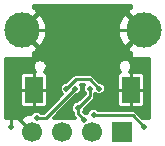
<source format=gbr>
G04 #@! TF.FileFunction,Copper,L2,Bot,Signal*
%FSLAX46Y46*%
G04 Gerber Fmt 4.6, Leading zero omitted, Abs format (unit mm)*
G04 Created by KiCad (PCBNEW 4.0.1-3.201512221402+6198~38~ubuntu14.04.1-stable) date mån 28 dec 2015 02:15:22*
%MOMM*%
G01*
G04 APERTURE LIST*
%ADD10C,0.100000*%
%ADD11R,1.650000X2.300000*%
%ADD12C,3.000000*%
%ADD13C,1.700000*%
%ADD14R,1.700000X1.700000*%
%ADD15C,0.508000*%
%ADD16C,0.228600*%
%ADD17C,0.340000*%
G04 APERTURE END LIST*
D10*
D11*
X70605000Y-7515000D03*
X62415000Y-7515000D03*
D12*
X61351520Y-2465000D03*
X71670120Y-2465000D03*
D13*
X62236000Y-11103000D03*
X64776000Y-11103000D03*
X67316000Y-11103000D03*
D14*
X69856000Y-11103000D03*
D15*
X64823200Y-9427300D03*
X60450500Y-10640000D03*
X67140000Y-7390000D03*
X66102000Y-9052500D03*
X66660800Y-10017700D03*
X65140000Y-7390000D03*
X67890000Y-7390000D03*
X67435500Y-9636000D03*
X71750500Y-10640000D03*
X65890000Y-7390000D03*
X62609500Y-9878000D03*
D16*
X62415000Y-7515000D02*
X63915000Y-7515000D01*
X63915000Y-7515000D02*
X65515000Y-5915000D01*
X66505000Y-5915000D02*
X65515000Y-5915000D01*
X62415000Y-7515000D02*
X61165000Y-7515000D01*
X62415000Y-7515000D02*
X62415000Y-9265000D01*
X70605000Y-7515000D02*
X70605000Y-9015000D01*
X70605000Y-7515000D02*
X70605000Y-6015000D01*
X70605000Y-7515000D02*
X71855000Y-7515000D01*
X62415000Y-7515000D02*
X62415000Y-6015000D01*
X61351520Y-2465000D02*
X66505000Y-2465000D01*
X66505000Y-2465000D02*
X71670120Y-2465000D01*
X66505000Y-2465000D02*
X66505000Y-5915000D01*
X70605000Y-7515000D02*
X69105000Y-7515000D01*
X67505000Y-5915000D02*
X66505000Y-5915000D01*
X69105000Y-7515000D02*
X67505000Y-5915000D01*
X60450500Y-9890000D02*
X61023000Y-9890000D01*
X60450500Y-10640000D02*
X60450500Y-9890000D01*
X61023000Y-9890000D02*
X62236000Y-11103000D01*
X67140000Y-7390000D02*
X67140000Y-8014500D01*
X67140000Y-8014500D02*
X66102000Y-9052500D01*
X66102000Y-9052500D02*
X66102000Y-9458900D01*
X66102000Y-9458900D02*
X66660800Y-10017700D01*
X65140000Y-7390000D02*
X65915000Y-6615000D01*
X67890000Y-7390000D02*
X67115000Y-6615000D01*
X65915000Y-6615000D02*
X67115000Y-6615000D01*
X67435500Y-9636000D02*
X70746500Y-9636000D01*
X70746500Y-9636000D02*
X71750500Y-10640000D01*
X63402000Y-9878000D02*
X65890000Y-7390000D01*
X62609500Y-9878000D02*
X63402000Y-9878000D01*
D17*
G36*
X70570000Y-562783D02*
X70439031Y-616812D01*
X70433735Y-620351D01*
X70280338Y-956424D01*
X70570000Y-1246086D01*
X70570000Y-1483674D01*
X70161544Y-1075218D01*
X69825471Y-1228615D01*
X69492742Y-2028645D01*
X69491499Y-2895107D01*
X69821932Y-3696089D01*
X69825471Y-3701385D01*
X70161544Y-3854782D01*
X70570000Y-3446326D01*
X70570000Y-3683914D01*
X70280338Y-3973576D01*
X70433735Y-4309649D01*
X70570000Y-4366321D01*
X70570000Y-4705000D01*
X70583394Y-4771140D01*
X70621464Y-4826857D01*
X70678212Y-4863374D01*
X70740000Y-4875000D01*
X72170000Y-4875000D01*
X72170000Y-9835000D01*
X71563087Y-9835000D01*
X71055294Y-9327206D01*
X70913618Y-9232542D01*
X70746500Y-9199299D01*
X70746495Y-9199300D01*
X67814003Y-9199300D01*
X67762430Y-9147637D01*
X67550656Y-9059701D01*
X67321350Y-9059501D01*
X67109422Y-9147067D01*
X66947137Y-9309070D01*
X66875095Y-9482567D01*
X66775956Y-9441401D01*
X66702024Y-9441337D01*
X66604961Y-9344274D01*
X66678299Y-9167656D01*
X66678363Y-9093724D01*
X67448791Y-8323296D01*
X67448794Y-8323294D01*
X67543458Y-8181618D01*
X67548973Y-8153890D01*
X67576701Y-8014500D01*
X67576700Y-8014495D01*
X67576700Y-7884023D01*
X67774844Y-7966299D01*
X68004150Y-7966499D01*
X68216078Y-7878933D01*
X68378363Y-7716930D01*
X68466299Y-7505156D01*
X68466499Y-7275850D01*
X68378933Y-7063922D01*
X68216930Y-6901637D01*
X68005156Y-6813701D01*
X67931224Y-6813637D01*
X67423794Y-6306206D01*
X67401640Y-6291403D01*
X69410000Y-6291403D01*
X69410000Y-7422500D01*
X69502500Y-7515000D01*
X69410000Y-7607500D01*
X69410000Y-8738597D01*
X69466329Y-8874588D01*
X69570411Y-8978671D01*
X69706402Y-9035000D01*
X70512500Y-9035000D01*
X70605000Y-8942500D01*
X70697500Y-9035000D01*
X71503598Y-9035000D01*
X71639589Y-8978671D01*
X71743671Y-8874588D01*
X71800000Y-8738597D01*
X71800000Y-7607500D01*
X71707500Y-7515000D01*
X71800000Y-7422500D01*
X71800000Y-6291403D01*
X71743671Y-6155412D01*
X71639589Y-6051329D01*
X71503598Y-5995000D01*
X70697500Y-5995000D01*
X70605000Y-6087500D01*
X70512500Y-5995000D01*
X70510138Y-5995000D01*
X70637338Y-5868022D01*
X70732292Y-5639346D01*
X70732508Y-5391740D01*
X70637953Y-5162899D01*
X70463022Y-4987662D01*
X70234346Y-4892708D01*
X69986740Y-4892492D01*
X69757899Y-4987047D01*
X69582662Y-5161978D01*
X69487708Y-5390654D01*
X69487492Y-5638260D01*
X69582047Y-5867101D01*
X69709723Y-5995000D01*
X69706402Y-5995000D01*
X69570411Y-6051329D01*
X69466329Y-6155412D01*
X69410000Y-6291403D01*
X67401640Y-6291403D01*
X67282118Y-6211542D01*
X67115000Y-6178299D01*
X67114995Y-6178300D01*
X65915005Y-6178300D01*
X65915000Y-6178299D01*
X65747883Y-6211541D01*
X65747881Y-6211542D01*
X65747882Y-6211542D01*
X65606206Y-6306206D01*
X65606204Y-6306209D01*
X65098848Y-6813565D01*
X65025850Y-6813501D01*
X64813922Y-6901067D01*
X64651637Y-7063070D01*
X64563701Y-7274844D01*
X64563501Y-7504150D01*
X64651067Y-7716078D01*
X64798572Y-7863840D01*
X63221112Y-9441300D01*
X62988003Y-9441300D01*
X62936430Y-9389637D01*
X62724656Y-9301701D01*
X62495350Y-9301501D01*
X62283422Y-9389067D01*
X62121137Y-9551070D01*
X62110504Y-9576677D01*
X61909674Y-9579624D01*
X61389558Y-9795063D01*
X61378534Y-9835000D01*
X60060000Y-9835000D01*
X60060000Y-6291403D01*
X61220000Y-6291403D01*
X61220000Y-7422500D01*
X61312500Y-7515000D01*
X61220000Y-7607500D01*
X61220000Y-8738597D01*
X61276329Y-8874588D01*
X61380411Y-8978671D01*
X61516402Y-9035000D01*
X62322500Y-9035000D01*
X62415000Y-8942500D01*
X62507500Y-9035000D01*
X63313598Y-9035000D01*
X63449589Y-8978671D01*
X63553671Y-8874588D01*
X63610000Y-8738597D01*
X63610000Y-7607500D01*
X63517500Y-7515000D01*
X63610000Y-7422500D01*
X63610000Y-6291403D01*
X63553671Y-6155412D01*
X63449589Y-6051329D01*
X63313598Y-5995000D01*
X63302587Y-5995000D01*
X63362297Y-5955103D01*
X63497217Y-5753182D01*
X63544594Y-5515000D01*
X63497217Y-5276818D01*
X63362297Y-5074897D01*
X63160376Y-4939977D01*
X62922194Y-4892600D01*
X62897806Y-4892600D01*
X62659624Y-4939977D01*
X62457703Y-5074897D01*
X62322783Y-5276818D01*
X62275406Y-5515000D01*
X62322783Y-5753182D01*
X62457703Y-5955103D01*
X62517413Y-5995000D01*
X62507500Y-5995000D01*
X62415000Y-6087500D01*
X62322500Y-5995000D01*
X61516402Y-5995000D01*
X61380411Y-6051329D01*
X61276329Y-6155412D01*
X61220000Y-6291403D01*
X60060000Y-6291403D01*
X60060000Y-4875000D01*
X62240000Y-4875000D01*
X62306140Y-4861606D01*
X62361857Y-4823536D01*
X62398374Y-4766788D01*
X62410000Y-4705000D01*
X62410000Y-4384395D01*
X62582609Y-4313188D01*
X62587905Y-4309649D01*
X62741302Y-3973576D01*
X62410000Y-3642274D01*
X62410000Y-3404686D01*
X62860096Y-3854782D01*
X63196169Y-3701385D01*
X63528898Y-2901355D01*
X63530141Y-2034893D01*
X63199708Y-1233911D01*
X63196169Y-1228615D01*
X62860096Y-1075218D01*
X62410000Y-1525314D01*
X62410000Y-1287726D01*
X62741302Y-956424D01*
X62587905Y-620351D01*
X62410000Y-546361D01*
X62410000Y-375000D01*
X70570000Y-375000D01*
X70570000Y-562783D01*
X70570000Y-562783D01*
G37*
X70570000Y-562783D02*
X70439031Y-616812D01*
X70433735Y-620351D01*
X70280338Y-956424D01*
X70570000Y-1246086D01*
X70570000Y-1483674D01*
X70161544Y-1075218D01*
X69825471Y-1228615D01*
X69492742Y-2028645D01*
X69491499Y-2895107D01*
X69821932Y-3696089D01*
X69825471Y-3701385D01*
X70161544Y-3854782D01*
X70570000Y-3446326D01*
X70570000Y-3683914D01*
X70280338Y-3973576D01*
X70433735Y-4309649D01*
X70570000Y-4366321D01*
X70570000Y-4705000D01*
X70583394Y-4771140D01*
X70621464Y-4826857D01*
X70678212Y-4863374D01*
X70740000Y-4875000D01*
X72170000Y-4875000D01*
X72170000Y-9835000D01*
X71563087Y-9835000D01*
X71055294Y-9327206D01*
X70913618Y-9232542D01*
X70746500Y-9199299D01*
X70746495Y-9199300D01*
X67814003Y-9199300D01*
X67762430Y-9147637D01*
X67550656Y-9059701D01*
X67321350Y-9059501D01*
X67109422Y-9147067D01*
X66947137Y-9309070D01*
X66875095Y-9482567D01*
X66775956Y-9441401D01*
X66702024Y-9441337D01*
X66604961Y-9344274D01*
X66678299Y-9167656D01*
X66678363Y-9093724D01*
X67448791Y-8323296D01*
X67448794Y-8323294D01*
X67543458Y-8181618D01*
X67548973Y-8153890D01*
X67576701Y-8014500D01*
X67576700Y-8014495D01*
X67576700Y-7884023D01*
X67774844Y-7966299D01*
X68004150Y-7966499D01*
X68216078Y-7878933D01*
X68378363Y-7716930D01*
X68466299Y-7505156D01*
X68466499Y-7275850D01*
X68378933Y-7063922D01*
X68216930Y-6901637D01*
X68005156Y-6813701D01*
X67931224Y-6813637D01*
X67423794Y-6306206D01*
X67401640Y-6291403D01*
X69410000Y-6291403D01*
X69410000Y-7422500D01*
X69502500Y-7515000D01*
X69410000Y-7607500D01*
X69410000Y-8738597D01*
X69466329Y-8874588D01*
X69570411Y-8978671D01*
X69706402Y-9035000D01*
X70512500Y-9035000D01*
X70605000Y-8942500D01*
X70697500Y-9035000D01*
X71503598Y-9035000D01*
X71639589Y-8978671D01*
X71743671Y-8874588D01*
X71800000Y-8738597D01*
X71800000Y-7607500D01*
X71707500Y-7515000D01*
X71800000Y-7422500D01*
X71800000Y-6291403D01*
X71743671Y-6155412D01*
X71639589Y-6051329D01*
X71503598Y-5995000D01*
X70697500Y-5995000D01*
X70605000Y-6087500D01*
X70512500Y-5995000D01*
X70510138Y-5995000D01*
X70637338Y-5868022D01*
X70732292Y-5639346D01*
X70732508Y-5391740D01*
X70637953Y-5162899D01*
X70463022Y-4987662D01*
X70234346Y-4892708D01*
X69986740Y-4892492D01*
X69757899Y-4987047D01*
X69582662Y-5161978D01*
X69487708Y-5390654D01*
X69487492Y-5638260D01*
X69582047Y-5867101D01*
X69709723Y-5995000D01*
X69706402Y-5995000D01*
X69570411Y-6051329D01*
X69466329Y-6155412D01*
X69410000Y-6291403D01*
X67401640Y-6291403D01*
X67282118Y-6211542D01*
X67115000Y-6178299D01*
X67114995Y-6178300D01*
X65915005Y-6178300D01*
X65915000Y-6178299D01*
X65747883Y-6211541D01*
X65747881Y-6211542D01*
X65747882Y-6211542D01*
X65606206Y-6306206D01*
X65606204Y-6306209D01*
X65098848Y-6813565D01*
X65025850Y-6813501D01*
X64813922Y-6901067D01*
X64651637Y-7063070D01*
X64563701Y-7274844D01*
X64563501Y-7504150D01*
X64651067Y-7716078D01*
X64798572Y-7863840D01*
X63221112Y-9441300D01*
X62988003Y-9441300D01*
X62936430Y-9389637D01*
X62724656Y-9301701D01*
X62495350Y-9301501D01*
X62283422Y-9389067D01*
X62121137Y-9551070D01*
X62110504Y-9576677D01*
X61909674Y-9579624D01*
X61389558Y-9795063D01*
X61378534Y-9835000D01*
X60060000Y-9835000D01*
X60060000Y-6291403D01*
X61220000Y-6291403D01*
X61220000Y-7422500D01*
X61312500Y-7515000D01*
X61220000Y-7607500D01*
X61220000Y-8738597D01*
X61276329Y-8874588D01*
X61380411Y-8978671D01*
X61516402Y-9035000D01*
X62322500Y-9035000D01*
X62415000Y-8942500D01*
X62507500Y-9035000D01*
X63313598Y-9035000D01*
X63449589Y-8978671D01*
X63553671Y-8874588D01*
X63610000Y-8738597D01*
X63610000Y-7607500D01*
X63517500Y-7515000D01*
X63610000Y-7422500D01*
X63610000Y-6291403D01*
X63553671Y-6155412D01*
X63449589Y-6051329D01*
X63313598Y-5995000D01*
X63302587Y-5995000D01*
X63362297Y-5955103D01*
X63497217Y-5753182D01*
X63544594Y-5515000D01*
X63497217Y-5276818D01*
X63362297Y-5074897D01*
X63160376Y-4939977D01*
X62922194Y-4892600D01*
X62897806Y-4892600D01*
X62659624Y-4939977D01*
X62457703Y-5074897D01*
X62322783Y-5276818D01*
X62275406Y-5515000D01*
X62322783Y-5753182D01*
X62457703Y-5955103D01*
X62517413Y-5995000D01*
X62507500Y-5995000D01*
X62415000Y-6087500D01*
X62322500Y-5995000D01*
X61516402Y-5995000D01*
X61380411Y-6051329D01*
X61276329Y-6155412D01*
X61220000Y-6291403D01*
X60060000Y-6291403D01*
X60060000Y-4875000D01*
X62240000Y-4875000D01*
X62306140Y-4861606D01*
X62361857Y-4823536D01*
X62398374Y-4766788D01*
X62410000Y-4705000D01*
X62410000Y-4384395D01*
X62582609Y-4313188D01*
X62587905Y-4309649D01*
X62741302Y-3973576D01*
X62410000Y-3642274D01*
X62410000Y-3404686D01*
X62860096Y-3854782D01*
X63196169Y-3701385D01*
X63528898Y-2901355D01*
X63530141Y-2034893D01*
X63199708Y-1233911D01*
X63196169Y-1228615D01*
X62860096Y-1075218D01*
X62410000Y-1525314D01*
X62410000Y-1287726D01*
X62741302Y-956424D01*
X62587905Y-620351D01*
X62410000Y-546361D01*
X62410000Y-375000D01*
X70570000Y-375000D01*
X70570000Y-562783D01*
G36*
X66651637Y-7063070D02*
X66563701Y-7274844D01*
X66563501Y-7504150D01*
X66651067Y-7716078D01*
X66703300Y-7768402D01*
X66703300Y-7833613D01*
X66060848Y-8476065D01*
X65987850Y-8476001D01*
X65775922Y-8563567D01*
X65613637Y-8725570D01*
X65525701Y-8937344D01*
X65525501Y-9166650D01*
X65613067Y-9378578D01*
X65665300Y-9430902D01*
X65665300Y-9458895D01*
X65665299Y-9458900D01*
X65698542Y-9626018D01*
X65793206Y-9767694D01*
X65860512Y-9835000D01*
X64062588Y-9835000D01*
X65931152Y-7966435D01*
X66004150Y-7966499D01*
X66216078Y-7878933D01*
X66378363Y-7716930D01*
X66466299Y-7505156D01*
X66466499Y-7275850D01*
X66378933Y-7063922D01*
X66366732Y-7051700D01*
X66663027Y-7051700D01*
X66651637Y-7063070D01*
X66651637Y-7063070D01*
G37*
X66651637Y-7063070D02*
X66563701Y-7274844D01*
X66563501Y-7504150D01*
X66651067Y-7716078D01*
X66703300Y-7768402D01*
X66703300Y-7833613D01*
X66060848Y-8476065D01*
X65987850Y-8476001D01*
X65775922Y-8563567D01*
X65613637Y-8725570D01*
X65525701Y-8937344D01*
X65525501Y-9166650D01*
X65613067Y-9378578D01*
X65665300Y-9430902D01*
X65665300Y-9458895D01*
X65665299Y-9458900D01*
X65698542Y-9626018D01*
X65793206Y-9767694D01*
X65860512Y-9835000D01*
X64062588Y-9835000D01*
X65931152Y-7966435D01*
X66004150Y-7966499D01*
X66216078Y-7878933D01*
X66378363Y-7716930D01*
X66466299Y-7505156D01*
X66466499Y-7275850D01*
X66378933Y-7063922D01*
X66366732Y-7051700D01*
X66663027Y-7051700D01*
X66651637Y-7063070D01*
M02*

</source>
